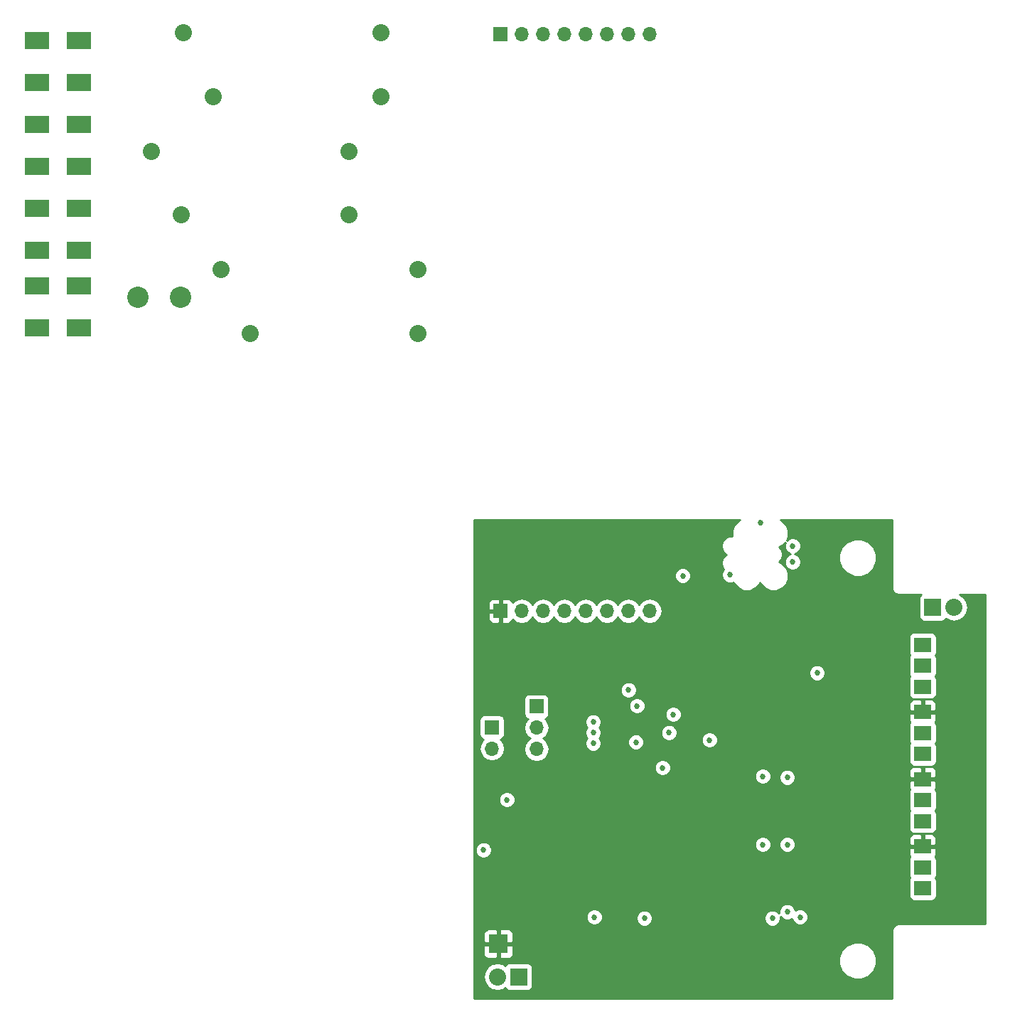
<source format=gbr>
G04 #@! TF.FileFunction,Copper,L3,Inr,Plane*
%FSLAX46Y46*%
G04 Gerber Fmt 4.6, Leading zero omitted, Abs format (unit mm)*
G04 Created by KiCad (PCBNEW 4.0.2-4+6225~38~ubuntu14.04.1-stable) date Thu 30 Mar 2017 04:29:04 PM CEST*
%MOMM*%
G01*
G04 APERTURE LIST*
%ADD10C,0.100000*%
%ADD11R,2.032000X2.032000*%
%ADD12O,2.032000X2.032000*%
%ADD13R,2.235200X2.235200*%
%ADD14R,2.000000X1.700000*%
%ADD15R,1.700000X1.700000*%
%ADD16O,1.700000X1.700000*%
%ADD17C,2.032000*%
%ADD18C,2.540000*%
%ADD19R,3.000000X2.000000*%
%ADD20C,0.685800*%
%ADD21C,0.254000*%
G04 APERTURE END LIST*
D10*
D11*
X98679000Y-175768000D03*
D12*
X96139000Y-175768000D03*
D11*
X148031200Y-131775200D03*
D12*
X150571200Y-131775200D03*
D13*
X96266000Y-171831000D03*
D14*
X146812000Y-141224000D03*
X146812000Y-138724000D03*
X146812000Y-136224000D03*
X146812000Y-144224000D03*
X146812000Y-146724000D03*
X146812000Y-149224000D03*
X146812000Y-152224000D03*
X146812000Y-154724000D03*
X146812000Y-157224000D03*
X146812000Y-160224000D03*
X146812000Y-162724000D03*
X146812000Y-165224000D03*
D15*
X96520000Y-132207000D03*
D16*
X99060000Y-132207000D03*
X101600000Y-132207000D03*
X104140000Y-132207000D03*
X106680000Y-132207000D03*
X109220000Y-132207000D03*
X111760000Y-132207000D03*
X114300000Y-132207000D03*
D15*
X96520000Y-63500000D03*
D16*
X99060000Y-63500000D03*
X101600000Y-63500000D03*
X104140000Y-63500000D03*
X106680000Y-63500000D03*
X109220000Y-63500000D03*
X111760000Y-63500000D03*
X114300000Y-63500000D03*
D17*
X86730000Y-91577000D03*
X86730000Y-99177000D03*
X66730000Y-99177000D03*
X63230000Y-91577000D03*
X78475000Y-77480000D03*
X78475000Y-85080000D03*
X58475000Y-85080000D03*
X54975000Y-77480000D03*
X82285000Y-63383000D03*
X82285000Y-70983000D03*
X62285000Y-70983000D03*
X58785000Y-63383000D03*
D18*
X53340000Y-94869000D03*
X58420000Y-94879160D03*
D19*
X41275000Y-93472000D03*
X41275000Y-98472000D03*
X46275000Y-98472000D03*
X46275000Y-93472000D03*
X41275000Y-64262000D03*
X41275000Y-69262000D03*
X41275000Y-74262000D03*
X41275000Y-79262000D03*
X41275000Y-84262000D03*
X41275000Y-89262000D03*
X46275000Y-89262000D03*
X46275000Y-84262000D03*
X46275000Y-79262000D03*
X46275000Y-74262000D03*
X46275000Y-69262000D03*
X46275000Y-64262000D03*
D15*
X95504000Y-146050000D03*
D16*
X95504000Y-148590000D03*
D15*
X100812600Y-143586200D03*
D16*
X100812600Y-146126200D03*
X100812600Y-148666200D03*
D20*
X123825000Y-127889000D03*
X128905000Y-168783000D03*
X127762000Y-160020000D03*
X132207000Y-168656000D03*
X127762000Y-151892000D03*
X107569000Y-145415000D03*
X107569000Y-146685000D03*
X107569000Y-147955000D03*
X108839000Y-166243000D03*
X106807000Y-162179000D03*
X135128000Y-154051000D03*
X135128000Y-145923000D03*
X110617000Y-168783000D03*
X135128000Y-161798000D03*
X94361000Y-165227000D03*
X99822000Y-161290000D03*
X118237000Y-128016000D03*
X117094000Y-144526000D03*
X111760000Y-141605000D03*
X112776000Y-143510000D03*
X107696000Y-168656000D03*
X97282000Y-154686000D03*
X113665000Y-168783000D03*
X94488000Y-160655000D03*
X112649000Y-147828000D03*
X127508000Y-121666000D03*
X131318000Y-124460000D03*
X116586000Y-146685000D03*
X134239000Y-139573000D03*
X131318000Y-126365000D03*
X130683000Y-160020000D03*
X130683000Y-152019000D03*
X130683000Y-168021000D03*
X115824000Y-150876000D03*
X121412000Y-147574000D03*
D21*
G36*
X124851160Y-121427806D02*
X124350564Y-121927529D01*
X124079309Y-122580782D01*
X124078692Y-123288114D01*
X124095927Y-123329825D01*
X123728156Y-123329504D01*
X123312573Y-123501219D01*
X122994337Y-123818900D01*
X122821897Y-124234183D01*
X122821504Y-124683844D01*
X122993219Y-125099427D01*
X123310900Y-125417663D01*
X123451223Y-125475930D01*
X123312573Y-125533219D01*
X122994337Y-125850900D01*
X122821897Y-126266183D01*
X122821504Y-126715844D01*
X122993219Y-127131427D01*
X123096293Y-127234682D01*
X122996460Y-127334341D01*
X122847270Y-127693630D01*
X122846931Y-128082663D01*
X122995493Y-128442212D01*
X123270341Y-128717540D01*
X123629630Y-128866730D01*
X124018663Y-128867069D01*
X124246037Y-128773120D01*
X124348806Y-129021840D01*
X124848529Y-129522436D01*
X125501782Y-129793691D01*
X126209114Y-129794308D01*
X126862840Y-129524194D01*
X127363436Y-129024471D01*
X127444364Y-128829575D01*
X127523806Y-129021840D01*
X128023529Y-129522436D01*
X128676782Y-129793691D01*
X129384114Y-129794308D01*
X130037840Y-129524194D01*
X130538436Y-129024471D01*
X130809691Y-128371218D01*
X130810308Y-127663886D01*
X130540194Y-127010160D01*
X130040471Y-126509564D01*
X129726933Y-126379371D01*
X129989663Y-126117100D01*
X130162103Y-125701817D01*
X130162496Y-125252156D01*
X129990781Y-124836573D01*
X129727212Y-124572543D01*
X130037840Y-124444194D01*
X130427034Y-124055678D01*
X130340270Y-124264630D01*
X130339931Y-124653663D01*
X130488493Y-125013212D01*
X130763341Y-125288540D01*
X131062162Y-125412621D01*
X130764788Y-125535493D01*
X130489460Y-125810341D01*
X130340270Y-126169630D01*
X130339931Y-126558663D01*
X130488493Y-126918212D01*
X130763341Y-127193540D01*
X131122630Y-127342730D01*
X131511663Y-127343069D01*
X131871212Y-127194507D01*
X132146540Y-126919659D01*
X132295730Y-126560370D01*
X132295954Y-126302619D01*
X136850613Y-126302619D01*
X137190155Y-127124372D01*
X137818321Y-127753636D01*
X138639481Y-128094611D01*
X139528619Y-128095387D01*
X140350372Y-127755845D01*
X140979636Y-127127679D01*
X141320611Y-126306519D01*
X141321387Y-125417381D01*
X140981845Y-124595628D01*
X140353679Y-123966364D01*
X139532519Y-123625389D01*
X138643381Y-123624613D01*
X137821628Y-123964155D01*
X137192364Y-124592321D01*
X136851389Y-125413481D01*
X136850613Y-126302619D01*
X132295954Y-126302619D01*
X132296069Y-126171337D01*
X132147507Y-125811788D01*
X131872659Y-125536460D01*
X131573838Y-125412379D01*
X131871212Y-125289507D01*
X132146540Y-125014659D01*
X132295730Y-124655370D01*
X132296069Y-124266337D01*
X132147507Y-123906788D01*
X131872659Y-123631460D01*
X131513370Y-123482270D01*
X131124337Y-123481931D01*
X130764788Y-123630493D01*
X130600862Y-123794133D01*
X130809691Y-123291218D01*
X130810308Y-122583886D01*
X130540194Y-121930160D01*
X130040471Y-121429564D01*
X129872943Y-121360000D01*
X143202000Y-121360000D01*
X143202000Y-129540000D01*
X143256046Y-129811705D01*
X143409954Y-130042046D01*
X143640295Y-130195954D01*
X143912000Y-130250000D01*
X146633862Y-130250000D01*
X146563759Y-130295110D01*
X146418769Y-130507310D01*
X146367760Y-130759200D01*
X146367760Y-132791200D01*
X146412038Y-133026517D01*
X146551110Y-133242641D01*
X146763310Y-133387631D01*
X147015200Y-133438640D01*
X149047200Y-133438640D01*
X149282517Y-133394362D01*
X149498641Y-133255290D01*
X149600398Y-133106363D01*
X149939390Y-133332870D01*
X150571200Y-133458545D01*
X151203010Y-133332870D01*
X151738633Y-132974978D01*
X152096525Y-132439355D01*
X152222200Y-131807545D01*
X152222200Y-131742855D01*
X152096525Y-131111045D01*
X151738633Y-130575422D01*
X151251605Y-130250000D01*
X154230000Y-130250000D01*
X154230000Y-169470000D01*
X143912000Y-169470000D01*
X143640295Y-169524046D01*
X143409954Y-169677954D01*
X143256046Y-169908295D01*
X143202000Y-170180000D01*
X143202000Y-178360000D01*
X93420000Y-178360000D01*
X93420000Y-175735655D01*
X94488000Y-175735655D01*
X94488000Y-175800345D01*
X94613675Y-176432155D01*
X94971567Y-176967778D01*
X95507190Y-177325670D01*
X96139000Y-177451345D01*
X96770810Y-177325670D01*
X97110792Y-177098501D01*
X97198910Y-177235441D01*
X97411110Y-177380431D01*
X97663000Y-177431440D01*
X99695000Y-177431440D01*
X99930317Y-177387162D01*
X100146441Y-177248090D01*
X100291431Y-177035890D01*
X100342440Y-176784000D01*
X100342440Y-174752000D01*
X100298162Y-174516683D01*
X100160416Y-174302619D01*
X136850613Y-174302619D01*
X137190155Y-175124372D01*
X137818321Y-175753636D01*
X138639481Y-176094611D01*
X139528619Y-176095387D01*
X140350372Y-175755845D01*
X140979636Y-175127679D01*
X141320611Y-174306519D01*
X141321387Y-173417381D01*
X140981845Y-172595628D01*
X140353679Y-171966364D01*
X139532519Y-171625389D01*
X138643381Y-171624613D01*
X137821628Y-171964155D01*
X137192364Y-172592321D01*
X136851389Y-173413481D01*
X136850613Y-174302619D01*
X100160416Y-174302619D01*
X100159090Y-174300559D01*
X99946890Y-174155569D01*
X99695000Y-174104560D01*
X97663000Y-174104560D01*
X97427683Y-174148838D01*
X97211559Y-174287910D01*
X97109802Y-174436837D01*
X96770810Y-174210330D01*
X96139000Y-174084655D01*
X95507190Y-174210330D01*
X94971567Y-174568222D01*
X94613675Y-175103845D01*
X94488000Y-175735655D01*
X93420000Y-175735655D01*
X93420000Y-172116750D01*
X94513400Y-172116750D01*
X94513400Y-173074909D01*
X94610073Y-173308298D01*
X94788701Y-173486927D01*
X95022090Y-173583600D01*
X95980250Y-173583600D01*
X96139000Y-173424850D01*
X96139000Y-171958000D01*
X96393000Y-171958000D01*
X96393000Y-173424850D01*
X96551750Y-173583600D01*
X97509910Y-173583600D01*
X97743299Y-173486927D01*
X97921927Y-173308298D01*
X98018600Y-173074909D01*
X98018600Y-172116750D01*
X97859850Y-171958000D01*
X96393000Y-171958000D01*
X96139000Y-171958000D01*
X94672150Y-171958000D01*
X94513400Y-172116750D01*
X93420000Y-172116750D01*
X93420000Y-170587091D01*
X94513400Y-170587091D01*
X94513400Y-171545250D01*
X94672150Y-171704000D01*
X96139000Y-171704000D01*
X96139000Y-170237150D01*
X96393000Y-170237150D01*
X96393000Y-171704000D01*
X97859850Y-171704000D01*
X98018600Y-171545250D01*
X98018600Y-170587091D01*
X97921927Y-170353702D01*
X97743299Y-170175073D01*
X97509910Y-170078400D01*
X96551750Y-170078400D01*
X96393000Y-170237150D01*
X96139000Y-170237150D01*
X95980250Y-170078400D01*
X95022090Y-170078400D01*
X94788701Y-170175073D01*
X94610073Y-170353702D01*
X94513400Y-170587091D01*
X93420000Y-170587091D01*
X93420000Y-168849663D01*
X106717931Y-168849663D01*
X106866493Y-169209212D01*
X107141341Y-169484540D01*
X107500630Y-169633730D01*
X107889663Y-169634069D01*
X108249212Y-169485507D01*
X108524540Y-169210659D01*
X108621703Y-168976663D01*
X112686931Y-168976663D01*
X112835493Y-169336212D01*
X113110341Y-169611540D01*
X113469630Y-169760730D01*
X113858663Y-169761069D01*
X114218212Y-169612507D01*
X114493540Y-169337659D01*
X114642730Y-168978370D01*
X114642731Y-168976663D01*
X127926931Y-168976663D01*
X128075493Y-169336212D01*
X128350341Y-169611540D01*
X128709630Y-169760730D01*
X129098663Y-169761069D01*
X129458212Y-169612507D01*
X129733540Y-169337659D01*
X129882730Y-168978370D01*
X129883056Y-168603827D01*
X130128341Y-168849540D01*
X130487630Y-168998730D01*
X130876663Y-168999069D01*
X131230291Y-168852954D01*
X131377493Y-169209212D01*
X131652341Y-169484540D01*
X132011630Y-169633730D01*
X132400663Y-169634069D01*
X132760212Y-169485507D01*
X133035540Y-169210659D01*
X133184730Y-168851370D01*
X133185069Y-168462337D01*
X133036507Y-168102788D01*
X132761659Y-167827460D01*
X132402370Y-167678270D01*
X132013337Y-167677931D01*
X131659709Y-167824046D01*
X131512507Y-167467788D01*
X131237659Y-167192460D01*
X130878370Y-167043270D01*
X130489337Y-167042931D01*
X130129788Y-167191493D01*
X129854460Y-167466341D01*
X129705270Y-167825630D01*
X129704944Y-168200173D01*
X129459659Y-167954460D01*
X129100370Y-167805270D01*
X128711337Y-167804931D01*
X128351788Y-167953493D01*
X128076460Y-168228341D01*
X127927270Y-168587630D01*
X127926931Y-168976663D01*
X114642731Y-168976663D01*
X114643069Y-168589337D01*
X114494507Y-168229788D01*
X114219659Y-167954460D01*
X113860370Y-167805270D01*
X113471337Y-167804931D01*
X113111788Y-167953493D01*
X112836460Y-168228341D01*
X112687270Y-168587630D01*
X112686931Y-168976663D01*
X108621703Y-168976663D01*
X108673730Y-168851370D01*
X108674069Y-168462337D01*
X108525507Y-168102788D01*
X108250659Y-167827460D01*
X107891370Y-167678270D01*
X107502337Y-167677931D01*
X107142788Y-167826493D01*
X106867460Y-168101341D01*
X106718270Y-168460630D01*
X106717931Y-168849663D01*
X93420000Y-168849663D01*
X93420000Y-161874000D01*
X145164560Y-161874000D01*
X145164560Y-163574000D01*
X145208838Y-163809317D01*
X145315759Y-163975477D01*
X145215569Y-164122110D01*
X145164560Y-164374000D01*
X145164560Y-166074000D01*
X145208838Y-166309317D01*
X145347910Y-166525441D01*
X145560110Y-166670431D01*
X145812000Y-166721440D01*
X147812000Y-166721440D01*
X148047317Y-166677162D01*
X148263441Y-166538090D01*
X148408431Y-166325890D01*
X148459440Y-166074000D01*
X148459440Y-164374000D01*
X148415162Y-164138683D01*
X148308241Y-163972523D01*
X148408431Y-163825890D01*
X148459440Y-163574000D01*
X148459440Y-161874000D01*
X148415162Y-161638683D01*
X148309518Y-161474508D01*
X148350327Y-161433699D01*
X148447000Y-161200310D01*
X148447000Y-160509750D01*
X148288250Y-160351000D01*
X146939000Y-160351000D01*
X146939000Y-160371000D01*
X146685000Y-160371000D01*
X146685000Y-160351000D01*
X145335750Y-160351000D01*
X145177000Y-160509750D01*
X145177000Y-161200310D01*
X145273673Y-161433699D01*
X145315634Y-161475660D01*
X145215569Y-161622110D01*
X145164560Y-161874000D01*
X93420000Y-161874000D01*
X93420000Y-160848663D01*
X93509931Y-160848663D01*
X93658493Y-161208212D01*
X93933341Y-161483540D01*
X94292630Y-161632730D01*
X94681663Y-161633069D01*
X95041212Y-161484507D01*
X95316540Y-161209659D01*
X95465730Y-160850370D01*
X95466069Y-160461337D01*
X95363733Y-160213663D01*
X126783931Y-160213663D01*
X126932493Y-160573212D01*
X127207341Y-160848540D01*
X127566630Y-160997730D01*
X127955663Y-160998069D01*
X128315212Y-160849507D01*
X128590540Y-160574659D01*
X128739730Y-160215370D01*
X128739731Y-160213663D01*
X129704931Y-160213663D01*
X129853493Y-160573212D01*
X130128341Y-160848540D01*
X130487630Y-160997730D01*
X130876663Y-160998069D01*
X131236212Y-160849507D01*
X131511540Y-160574659D01*
X131660730Y-160215370D01*
X131661069Y-159826337D01*
X131512507Y-159466788D01*
X131293791Y-159247690D01*
X145177000Y-159247690D01*
X145177000Y-159938250D01*
X145335750Y-160097000D01*
X146685000Y-160097000D01*
X146685000Y-158897750D01*
X146939000Y-158897750D01*
X146939000Y-160097000D01*
X148288250Y-160097000D01*
X148447000Y-159938250D01*
X148447000Y-159247690D01*
X148350327Y-159014301D01*
X148171698Y-158835673D01*
X147938309Y-158739000D01*
X147097750Y-158739000D01*
X146939000Y-158897750D01*
X146685000Y-158897750D01*
X146526250Y-158739000D01*
X145685691Y-158739000D01*
X145452302Y-158835673D01*
X145273673Y-159014301D01*
X145177000Y-159247690D01*
X131293791Y-159247690D01*
X131237659Y-159191460D01*
X130878370Y-159042270D01*
X130489337Y-159041931D01*
X130129788Y-159190493D01*
X129854460Y-159465341D01*
X129705270Y-159824630D01*
X129704931Y-160213663D01*
X128739731Y-160213663D01*
X128740069Y-159826337D01*
X128591507Y-159466788D01*
X128316659Y-159191460D01*
X127957370Y-159042270D01*
X127568337Y-159041931D01*
X127208788Y-159190493D01*
X126933460Y-159465341D01*
X126784270Y-159824630D01*
X126783931Y-160213663D01*
X95363733Y-160213663D01*
X95317507Y-160101788D01*
X95042659Y-159826460D01*
X94683370Y-159677270D01*
X94294337Y-159676931D01*
X93934788Y-159825493D01*
X93659460Y-160100341D01*
X93510270Y-160459630D01*
X93509931Y-160848663D01*
X93420000Y-160848663D01*
X93420000Y-154879663D01*
X96303931Y-154879663D01*
X96452493Y-155239212D01*
X96727341Y-155514540D01*
X97086630Y-155663730D01*
X97475663Y-155664069D01*
X97835212Y-155515507D01*
X98110540Y-155240659D01*
X98259730Y-154881370D01*
X98260069Y-154492337D01*
X98111507Y-154132788D01*
X97853171Y-153874000D01*
X145164560Y-153874000D01*
X145164560Y-155574000D01*
X145208838Y-155809317D01*
X145315759Y-155975477D01*
X145215569Y-156122110D01*
X145164560Y-156374000D01*
X145164560Y-158074000D01*
X145208838Y-158309317D01*
X145347910Y-158525441D01*
X145560110Y-158670431D01*
X145812000Y-158721440D01*
X147812000Y-158721440D01*
X148047317Y-158677162D01*
X148263441Y-158538090D01*
X148408431Y-158325890D01*
X148459440Y-158074000D01*
X148459440Y-156374000D01*
X148415162Y-156138683D01*
X148308241Y-155972523D01*
X148408431Y-155825890D01*
X148459440Y-155574000D01*
X148459440Y-153874000D01*
X148415162Y-153638683D01*
X148309518Y-153474508D01*
X148350327Y-153433699D01*
X148447000Y-153200310D01*
X148447000Y-152509750D01*
X148288250Y-152351000D01*
X146939000Y-152351000D01*
X146939000Y-152371000D01*
X146685000Y-152371000D01*
X146685000Y-152351000D01*
X145335750Y-152351000D01*
X145177000Y-152509750D01*
X145177000Y-153200310D01*
X145273673Y-153433699D01*
X145315634Y-153475660D01*
X145215569Y-153622110D01*
X145164560Y-153874000D01*
X97853171Y-153874000D01*
X97836659Y-153857460D01*
X97477370Y-153708270D01*
X97088337Y-153707931D01*
X96728788Y-153856493D01*
X96453460Y-154131341D01*
X96304270Y-154490630D01*
X96303931Y-154879663D01*
X93420000Y-154879663D01*
X93420000Y-152085663D01*
X126783931Y-152085663D01*
X126932493Y-152445212D01*
X127207341Y-152720540D01*
X127566630Y-152869730D01*
X127955663Y-152870069D01*
X128315212Y-152721507D01*
X128590540Y-152446659D01*
X128687703Y-152212663D01*
X129704931Y-152212663D01*
X129853493Y-152572212D01*
X130128341Y-152847540D01*
X130487630Y-152996730D01*
X130876663Y-152997069D01*
X131236212Y-152848507D01*
X131511540Y-152573659D01*
X131660730Y-152214370D01*
X131661069Y-151825337D01*
X131512507Y-151465788D01*
X131294790Y-151247690D01*
X145177000Y-151247690D01*
X145177000Y-151938250D01*
X145335750Y-152097000D01*
X146685000Y-152097000D01*
X146685000Y-150897750D01*
X146939000Y-150897750D01*
X146939000Y-152097000D01*
X148288250Y-152097000D01*
X148447000Y-151938250D01*
X148447000Y-151247690D01*
X148350327Y-151014301D01*
X148171698Y-150835673D01*
X147938309Y-150739000D01*
X147097750Y-150739000D01*
X146939000Y-150897750D01*
X146685000Y-150897750D01*
X146526250Y-150739000D01*
X145685691Y-150739000D01*
X145452302Y-150835673D01*
X145273673Y-151014301D01*
X145177000Y-151247690D01*
X131294790Y-151247690D01*
X131237659Y-151190460D01*
X130878370Y-151041270D01*
X130489337Y-151040931D01*
X130129788Y-151189493D01*
X129854460Y-151464341D01*
X129705270Y-151823630D01*
X129704931Y-152212663D01*
X128687703Y-152212663D01*
X128739730Y-152087370D01*
X128740069Y-151698337D01*
X128591507Y-151338788D01*
X128316659Y-151063460D01*
X127957370Y-150914270D01*
X127568337Y-150913931D01*
X127208788Y-151062493D01*
X126933460Y-151337341D01*
X126784270Y-151696630D01*
X126783931Y-152085663D01*
X93420000Y-152085663D01*
X93420000Y-151069663D01*
X114845931Y-151069663D01*
X114994493Y-151429212D01*
X115269341Y-151704540D01*
X115628630Y-151853730D01*
X116017663Y-151854069D01*
X116377212Y-151705507D01*
X116652540Y-151430659D01*
X116801730Y-151071370D01*
X116802069Y-150682337D01*
X116653507Y-150322788D01*
X116378659Y-150047460D01*
X116019370Y-149898270D01*
X115630337Y-149897931D01*
X115270788Y-150046493D01*
X114995460Y-150321341D01*
X114846270Y-150680630D01*
X114845931Y-151069663D01*
X93420000Y-151069663D01*
X93420000Y-148590000D01*
X93989907Y-148590000D01*
X94102946Y-149158285D01*
X94424853Y-149640054D01*
X94906622Y-149961961D01*
X95474907Y-150075000D01*
X95533093Y-150075000D01*
X96101378Y-149961961D01*
X96583147Y-149640054D01*
X96905054Y-149158285D01*
X97018093Y-148590000D01*
X96905054Y-148021715D01*
X96583147Y-147539946D01*
X96541548Y-147512150D01*
X96589317Y-147503162D01*
X96805441Y-147364090D01*
X96950431Y-147151890D01*
X97001440Y-146900000D01*
X97001440Y-146126200D01*
X99298507Y-146126200D01*
X99411546Y-146694485D01*
X99733453Y-147176254D01*
X100062626Y-147396200D01*
X99733453Y-147616146D01*
X99411546Y-148097915D01*
X99298507Y-148666200D01*
X99411546Y-149234485D01*
X99733453Y-149716254D01*
X100215222Y-150038161D01*
X100783507Y-150151200D01*
X100841693Y-150151200D01*
X101409978Y-150038161D01*
X101891747Y-149716254D01*
X102213654Y-149234485D01*
X102326693Y-148666200D01*
X102213654Y-148097915D01*
X101891747Y-147616146D01*
X101562574Y-147396200D01*
X101891747Y-147176254D01*
X102213654Y-146694485D01*
X102326693Y-146126200D01*
X102223749Y-145608663D01*
X106590931Y-145608663D01*
X106739493Y-145968212D01*
X106821040Y-146049901D01*
X106740460Y-146130341D01*
X106591270Y-146489630D01*
X106590931Y-146878663D01*
X106739493Y-147238212D01*
X106821040Y-147319901D01*
X106740460Y-147400341D01*
X106591270Y-147759630D01*
X106590931Y-148148663D01*
X106739493Y-148508212D01*
X107014341Y-148783540D01*
X107373630Y-148932730D01*
X107762663Y-148933069D01*
X108122212Y-148784507D01*
X108397540Y-148509659D01*
X108546730Y-148150370D01*
X108546842Y-148021663D01*
X111670931Y-148021663D01*
X111819493Y-148381212D01*
X112094341Y-148656540D01*
X112453630Y-148805730D01*
X112842663Y-148806069D01*
X113202212Y-148657507D01*
X113477540Y-148382659D01*
X113626730Y-148023370D01*
X113626952Y-147767663D01*
X120433931Y-147767663D01*
X120582493Y-148127212D01*
X120857341Y-148402540D01*
X121216630Y-148551730D01*
X121605663Y-148552069D01*
X121965212Y-148403507D01*
X122240540Y-148128659D01*
X122389730Y-147769370D01*
X122390069Y-147380337D01*
X122241507Y-147020788D01*
X121966659Y-146745460D01*
X121607370Y-146596270D01*
X121218337Y-146595931D01*
X120858788Y-146744493D01*
X120583460Y-147019341D01*
X120434270Y-147378630D01*
X120433931Y-147767663D01*
X113626952Y-147767663D01*
X113627069Y-147634337D01*
X113478507Y-147274788D01*
X113203659Y-146999460D01*
X112912748Y-146878663D01*
X115607931Y-146878663D01*
X115756493Y-147238212D01*
X116031341Y-147513540D01*
X116390630Y-147662730D01*
X116779663Y-147663069D01*
X117139212Y-147514507D01*
X117414540Y-147239659D01*
X117563730Y-146880370D01*
X117564069Y-146491337D01*
X117415507Y-146131788D01*
X117158169Y-145874000D01*
X145164560Y-145874000D01*
X145164560Y-147574000D01*
X145208838Y-147809317D01*
X145315759Y-147975477D01*
X145215569Y-148122110D01*
X145164560Y-148374000D01*
X145164560Y-150074000D01*
X145208838Y-150309317D01*
X145347910Y-150525441D01*
X145560110Y-150670431D01*
X145812000Y-150721440D01*
X147812000Y-150721440D01*
X148047317Y-150677162D01*
X148263441Y-150538090D01*
X148408431Y-150325890D01*
X148459440Y-150074000D01*
X148459440Y-148374000D01*
X148415162Y-148138683D01*
X148308241Y-147972523D01*
X148408431Y-147825890D01*
X148459440Y-147574000D01*
X148459440Y-145874000D01*
X148415162Y-145638683D01*
X148309518Y-145474508D01*
X148350327Y-145433699D01*
X148447000Y-145200310D01*
X148447000Y-144509750D01*
X148288250Y-144351000D01*
X146939000Y-144351000D01*
X146939000Y-144371000D01*
X146685000Y-144371000D01*
X146685000Y-144351000D01*
X145335750Y-144351000D01*
X145177000Y-144509750D01*
X145177000Y-145200310D01*
X145273673Y-145433699D01*
X145315634Y-145475660D01*
X145215569Y-145622110D01*
X145164560Y-145874000D01*
X117158169Y-145874000D01*
X117140659Y-145856460D01*
X116781370Y-145707270D01*
X116392337Y-145706931D01*
X116032788Y-145855493D01*
X115757460Y-146130341D01*
X115608270Y-146489630D01*
X115607931Y-146878663D01*
X112912748Y-146878663D01*
X112844370Y-146850270D01*
X112455337Y-146849931D01*
X112095788Y-146998493D01*
X111820460Y-147273341D01*
X111671270Y-147632630D01*
X111670931Y-148021663D01*
X108546842Y-148021663D01*
X108547069Y-147761337D01*
X108398507Y-147401788D01*
X108316960Y-147320099D01*
X108397540Y-147239659D01*
X108546730Y-146880370D01*
X108547069Y-146491337D01*
X108398507Y-146131788D01*
X108316960Y-146050099D01*
X108397540Y-145969659D01*
X108546730Y-145610370D01*
X108547069Y-145221337D01*
X108398507Y-144861788D01*
X108256630Y-144719663D01*
X116115931Y-144719663D01*
X116264493Y-145079212D01*
X116539341Y-145354540D01*
X116898630Y-145503730D01*
X117287663Y-145504069D01*
X117647212Y-145355507D01*
X117922540Y-145080659D01*
X118071730Y-144721370D01*
X118072069Y-144332337D01*
X117923507Y-143972788D01*
X117648659Y-143697460D01*
X117289370Y-143548270D01*
X116900337Y-143547931D01*
X116540788Y-143696493D01*
X116265460Y-143971341D01*
X116116270Y-144330630D01*
X116115931Y-144719663D01*
X108256630Y-144719663D01*
X108123659Y-144586460D01*
X107764370Y-144437270D01*
X107375337Y-144436931D01*
X107015788Y-144585493D01*
X106740460Y-144860341D01*
X106591270Y-145219630D01*
X106590931Y-145608663D01*
X102223749Y-145608663D01*
X102213654Y-145557915D01*
X101891747Y-145076146D01*
X101850148Y-145048350D01*
X101897917Y-145039362D01*
X102114041Y-144900290D01*
X102259031Y-144688090D01*
X102310040Y-144436200D01*
X102310040Y-143703663D01*
X111797931Y-143703663D01*
X111946493Y-144063212D01*
X112221341Y-144338540D01*
X112580630Y-144487730D01*
X112969663Y-144488069D01*
X113329212Y-144339507D01*
X113604540Y-144064659D01*
X113753730Y-143705370D01*
X113754069Y-143316337D01*
X113725705Y-143247690D01*
X145177000Y-143247690D01*
X145177000Y-143938250D01*
X145335750Y-144097000D01*
X146685000Y-144097000D01*
X146685000Y-142897750D01*
X146939000Y-142897750D01*
X146939000Y-144097000D01*
X148288250Y-144097000D01*
X148447000Y-143938250D01*
X148447000Y-143247690D01*
X148350327Y-143014301D01*
X148171698Y-142835673D01*
X147938309Y-142739000D01*
X147097750Y-142739000D01*
X146939000Y-142897750D01*
X146685000Y-142897750D01*
X146526250Y-142739000D01*
X145685691Y-142739000D01*
X145452302Y-142835673D01*
X145273673Y-143014301D01*
X145177000Y-143247690D01*
X113725705Y-143247690D01*
X113605507Y-142956788D01*
X113330659Y-142681460D01*
X112971370Y-142532270D01*
X112582337Y-142531931D01*
X112222788Y-142680493D01*
X111947460Y-142955341D01*
X111798270Y-143314630D01*
X111797931Y-143703663D01*
X102310040Y-143703663D01*
X102310040Y-142736200D01*
X102265762Y-142500883D01*
X102126690Y-142284759D01*
X101914490Y-142139769D01*
X101662600Y-142088760D01*
X99962600Y-142088760D01*
X99727283Y-142133038D01*
X99511159Y-142272110D01*
X99366169Y-142484310D01*
X99315160Y-142736200D01*
X99315160Y-144436200D01*
X99359438Y-144671517D01*
X99498510Y-144887641D01*
X99710710Y-145032631D01*
X99778141Y-145046286D01*
X99733453Y-145076146D01*
X99411546Y-145557915D01*
X99298507Y-146126200D01*
X97001440Y-146126200D01*
X97001440Y-145200000D01*
X96957162Y-144964683D01*
X96818090Y-144748559D01*
X96605890Y-144603569D01*
X96354000Y-144552560D01*
X94654000Y-144552560D01*
X94418683Y-144596838D01*
X94202559Y-144735910D01*
X94057569Y-144948110D01*
X94006560Y-145200000D01*
X94006560Y-146900000D01*
X94050838Y-147135317D01*
X94189910Y-147351441D01*
X94402110Y-147496431D01*
X94469541Y-147510086D01*
X94424853Y-147539946D01*
X94102946Y-148021715D01*
X93989907Y-148590000D01*
X93420000Y-148590000D01*
X93420000Y-141798663D01*
X110781931Y-141798663D01*
X110930493Y-142158212D01*
X111205341Y-142433540D01*
X111564630Y-142582730D01*
X111953663Y-142583069D01*
X112313212Y-142434507D01*
X112588540Y-142159659D01*
X112737730Y-141800370D01*
X112738069Y-141411337D01*
X112589507Y-141051788D01*
X112314659Y-140776460D01*
X111955370Y-140627270D01*
X111566337Y-140626931D01*
X111206788Y-140775493D01*
X110931460Y-141050341D01*
X110782270Y-141409630D01*
X110781931Y-141798663D01*
X93420000Y-141798663D01*
X93420000Y-139766663D01*
X133260931Y-139766663D01*
X133409493Y-140126212D01*
X133684341Y-140401540D01*
X134043630Y-140550730D01*
X134432663Y-140551069D01*
X134792212Y-140402507D01*
X135067540Y-140127659D01*
X135216730Y-139768370D01*
X135217069Y-139379337D01*
X135068507Y-139019788D01*
X134793659Y-138744460D01*
X134434370Y-138595270D01*
X134045337Y-138594931D01*
X133685788Y-138743493D01*
X133410460Y-139018341D01*
X133261270Y-139377630D01*
X133260931Y-139766663D01*
X93420000Y-139766663D01*
X93420000Y-135374000D01*
X145164560Y-135374000D01*
X145164560Y-137074000D01*
X145208838Y-137309317D01*
X145315759Y-137475477D01*
X145215569Y-137622110D01*
X145164560Y-137874000D01*
X145164560Y-139574000D01*
X145208838Y-139809317D01*
X145315759Y-139975477D01*
X145215569Y-140122110D01*
X145164560Y-140374000D01*
X145164560Y-142074000D01*
X145208838Y-142309317D01*
X145347910Y-142525441D01*
X145560110Y-142670431D01*
X145812000Y-142721440D01*
X147812000Y-142721440D01*
X148047317Y-142677162D01*
X148263441Y-142538090D01*
X148408431Y-142325890D01*
X148459440Y-142074000D01*
X148459440Y-140374000D01*
X148415162Y-140138683D01*
X148308241Y-139972523D01*
X148408431Y-139825890D01*
X148459440Y-139574000D01*
X148459440Y-137874000D01*
X148415162Y-137638683D01*
X148308241Y-137472523D01*
X148408431Y-137325890D01*
X148459440Y-137074000D01*
X148459440Y-135374000D01*
X148415162Y-135138683D01*
X148276090Y-134922559D01*
X148063890Y-134777569D01*
X147812000Y-134726560D01*
X145812000Y-134726560D01*
X145576683Y-134770838D01*
X145360559Y-134909910D01*
X145215569Y-135122110D01*
X145164560Y-135374000D01*
X93420000Y-135374000D01*
X93420000Y-132492750D01*
X95035000Y-132492750D01*
X95035000Y-133183309D01*
X95131673Y-133416698D01*
X95310301Y-133595327D01*
X95543690Y-133692000D01*
X96234250Y-133692000D01*
X96393000Y-133533250D01*
X96393000Y-132334000D01*
X95193750Y-132334000D01*
X95035000Y-132492750D01*
X93420000Y-132492750D01*
X93420000Y-131230691D01*
X95035000Y-131230691D01*
X95035000Y-131921250D01*
X95193750Y-132080000D01*
X96393000Y-132080000D01*
X96393000Y-130880750D01*
X96647000Y-130880750D01*
X96647000Y-132080000D01*
X96667000Y-132080000D01*
X96667000Y-132334000D01*
X96647000Y-132334000D01*
X96647000Y-133533250D01*
X96805750Y-133692000D01*
X97496310Y-133692000D01*
X97729699Y-133595327D01*
X97908327Y-133416698D01*
X97980597Y-133242223D01*
X98009946Y-133286147D01*
X98491715Y-133608054D01*
X99060000Y-133721093D01*
X99628285Y-133608054D01*
X100110054Y-133286147D01*
X100330000Y-132956974D01*
X100549946Y-133286147D01*
X101031715Y-133608054D01*
X101600000Y-133721093D01*
X102168285Y-133608054D01*
X102650054Y-133286147D01*
X102870000Y-132956974D01*
X103089946Y-133286147D01*
X103571715Y-133608054D01*
X104140000Y-133721093D01*
X104708285Y-133608054D01*
X105190054Y-133286147D01*
X105410000Y-132956974D01*
X105629946Y-133286147D01*
X106111715Y-133608054D01*
X106680000Y-133721093D01*
X107248285Y-133608054D01*
X107730054Y-133286147D01*
X107950000Y-132956974D01*
X108169946Y-133286147D01*
X108651715Y-133608054D01*
X109220000Y-133721093D01*
X109788285Y-133608054D01*
X110270054Y-133286147D01*
X110490000Y-132956974D01*
X110709946Y-133286147D01*
X111191715Y-133608054D01*
X111760000Y-133721093D01*
X112328285Y-133608054D01*
X112810054Y-133286147D01*
X113030000Y-132956974D01*
X113249946Y-133286147D01*
X113731715Y-133608054D01*
X114300000Y-133721093D01*
X114868285Y-133608054D01*
X115350054Y-133286147D01*
X115671961Y-132804378D01*
X115785000Y-132236093D01*
X115785000Y-132177907D01*
X115671961Y-131609622D01*
X115350054Y-131127853D01*
X114868285Y-130805946D01*
X114300000Y-130692907D01*
X113731715Y-130805946D01*
X113249946Y-131127853D01*
X113030000Y-131457026D01*
X112810054Y-131127853D01*
X112328285Y-130805946D01*
X111760000Y-130692907D01*
X111191715Y-130805946D01*
X110709946Y-131127853D01*
X110490000Y-131457026D01*
X110270054Y-131127853D01*
X109788285Y-130805946D01*
X109220000Y-130692907D01*
X108651715Y-130805946D01*
X108169946Y-131127853D01*
X107950000Y-131457026D01*
X107730054Y-131127853D01*
X107248285Y-130805946D01*
X106680000Y-130692907D01*
X106111715Y-130805946D01*
X105629946Y-131127853D01*
X105410000Y-131457026D01*
X105190054Y-131127853D01*
X104708285Y-130805946D01*
X104140000Y-130692907D01*
X103571715Y-130805946D01*
X103089946Y-131127853D01*
X102870000Y-131457026D01*
X102650054Y-131127853D01*
X102168285Y-130805946D01*
X101600000Y-130692907D01*
X101031715Y-130805946D01*
X100549946Y-131127853D01*
X100330000Y-131457026D01*
X100110054Y-131127853D01*
X99628285Y-130805946D01*
X99060000Y-130692907D01*
X98491715Y-130805946D01*
X98009946Y-131127853D01*
X97980597Y-131171777D01*
X97908327Y-130997302D01*
X97729699Y-130818673D01*
X97496310Y-130722000D01*
X96805750Y-130722000D01*
X96647000Y-130880750D01*
X96393000Y-130880750D01*
X96234250Y-130722000D01*
X95543690Y-130722000D01*
X95310301Y-130818673D01*
X95131673Y-130997302D01*
X95035000Y-131230691D01*
X93420000Y-131230691D01*
X93420000Y-128209663D01*
X117258931Y-128209663D01*
X117407493Y-128569212D01*
X117682341Y-128844540D01*
X118041630Y-128993730D01*
X118430663Y-128994069D01*
X118790212Y-128845507D01*
X119065540Y-128570659D01*
X119214730Y-128211370D01*
X119215069Y-127822337D01*
X119066507Y-127462788D01*
X118791659Y-127187460D01*
X118432370Y-127038270D01*
X118043337Y-127037931D01*
X117683788Y-127186493D01*
X117408460Y-127461341D01*
X117259270Y-127820630D01*
X117258931Y-128209663D01*
X93420000Y-128209663D01*
X93420000Y-121360000D01*
X125015263Y-121360000D01*
X124851160Y-121427806D01*
X124851160Y-121427806D01*
G37*
X124851160Y-121427806D02*
X124350564Y-121927529D01*
X124079309Y-122580782D01*
X124078692Y-123288114D01*
X124095927Y-123329825D01*
X123728156Y-123329504D01*
X123312573Y-123501219D01*
X122994337Y-123818900D01*
X122821897Y-124234183D01*
X122821504Y-124683844D01*
X122993219Y-125099427D01*
X123310900Y-125417663D01*
X123451223Y-125475930D01*
X123312573Y-125533219D01*
X122994337Y-125850900D01*
X122821897Y-126266183D01*
X122821504Y-126715844D01*
X122993219Y-127131427D01*
X123096293Y-127234682D01*
X122996460Y-127334341D01*
X122847270Y-127693630D01*
X122846931Y-128082663D01*
X122995493Y-128442212D01*
X123270341Y-128717540D01*
X123629630Y-128866730D01*
X124018663Y-128867069D01*
X124246037Y-128773120D01*
X124348806Y-129021840D01*
X124848529Y-129522436D01*
X125501782Y-129793691D01*
X126209114Y-129794308D01*
X126862840Y-129524194D01*
X127363436Y-129024471D01*
X127444364Y-128829575D01*
X127523806Y-129021840D01*
X128023529Y-129522436D01*
X128676782Y-129793691D01*
X129384114Y-129794308D01*
X130037840Y-129524194D01*
X130538436Y-129024471D01*
X130809691Y-128371218D01*
X130810308Y-127663886D01*
X130540194Y-127010160D01*
X130040471Y-126509564D01*
X129726933Y-126379371D01*
X129989663Y-126117100D01*
X130162103Y-125701817D01*
X130162496Y-125252156D01*
X129990781Y-124836573D01*
X129727212Y-124572543D01*
X130037840Y-124444194D01*
X130427034Y-124055678D01*
X130340270Y-124264630D01*
X130339931Y-124653663D01*
X130488493Y-125013212D01*
X130763341Y-125288540D01*
X131062162Y-125412621D01*
X130764788Y-125535493D01*
X130489460Y-125810341D01*
X130340270Y-126169630D01*
X130339931Y-126558663D01*
X130488493Y-126918212D01*
X130763341Y-127193540D01*
X131122630Y-127342730D01*
X131511663Y-127343069D01*
X131871212Y-127194507D01*
X132146540Y-126919659D01*
X132295730Y-126560370D01*
X132295954Y-126302619D01*
X136850613Y-126302619D01*
X137190155Y-127124372D01*
X137818321Y-127753636D01*
X138639481Y-128094611D01*
X139528619Y-128095387D01*
X140350372Y-127755845D01*
X140979636Y-127127679D01*
X141320611Y-126306519D01*
X141321387Y-125417381D01*
X140981845Y-124595628D01*
X140353679Y-123966364D01*
X139532519Y-123625389D01*
X138643381Y-123624613D01*
X137821628Y-123964155D01*
X137192364Y-124592321D01*
X136851389Y-125413481D01*
X136850613Y-126302619D01*
X132295954Y-126302619D01*
X132296069Y-126171337D01*
X132147507Y-125811788D01*
X131872659Y-125536460D01*
X131573838Y-125412379D01*
X131871212Y-125289507D01*
X132146540Y-125014659D01*
X132295730Y-124655370D01*
X132296069Y-124266337D01*
X132147507Y-123906788D01*
X131872659Y-123631460D01*
X131513370Y-123482270D01*
X131124337Y-123481931D01*
X130764788Y-123630493D01*
X130600862Y-123794133D01*
X130809691Y-123291218D01*
X130810308Y-122583886D01*
X130540194Y-121930160D01*
X130040471Y-121429564D01*
X129872943Y-121360000D01*
X143202000Y-121360000D01*
X143202000Y-129540000D01*
X143256046Y-129811705D01*
X143409954Y-130042046D01*
X143640295Y-130195954D01*
X143912000Y-130250000D01*
X146633862Y-130250000D01*
X146563759Y-130295110D01*
X146418769Y-130507310D01*
X146367760Y-130759200D01*
X146367760Y-132791200D01*
X146412038Y-133026517D01*
X146551110Y-133242641D01*
X146763310Y-133387631D01*
X147015200Y-133438640D01*
X149047200Y-133438640D01*
X149282517Y-133394362D01*
X149498641Y-133255290D01*
X149600398Y-133106363D01*
X149939390Y-133332870D01*
X150571200Y-133458545D01*
X151203010Y-133332870D01*
X151738633Y-132974978D01*
X152096525Y-132439355D01*
X152222200Y-131807545D01*
X152222200Y-131742855D01*
X152096525Y-131111045D01*
X151738633Y-130575422D01*
X151251605Y-130250000D01*
X154230000Y-130250000D01*
X154230000Y-169470000D01*
X143912000Y-169470000D01*
X143640295Y-169524046D01*
X143409954Y-169677954D01*
X143256046Y-169908295D01*
X143202000Y-170180000D01*
X143202000Y-178360000D01*
X93420000Y-178360000D01*
X93420000Y-175735655D01*
X94488000Y-175735655D01*
X94488000Y-175800345D01*
X94613675Y-176432155D01*
X94971567Y-176967778D01*
X95507190Y-177325670D01*
X96139000Y-177451345D01*
X96770810Y-177325670D01*
X97110792Y-177098501D01*
X97198910Y-177235441D01*
X97411110Y-177380431D01*
X97663000Y-177431440D01*
X99695000Y-177431440D01*
X99930317Y-177387162D01*
X100146441Y-177248090D01*
X100291431Y-177035890D01*
X100342440Y-176784000D01*
X100342440Y-174752000D01*
X100298162Y-174516683D01*
X100160416Y-174302619D01*
X136850613Y-174302619D01*
X137190155Y-175124372D01*
X137818321Y-175753636D01*
X138639481Y-176094611D01*
X139528619Y-176095387D01*
X140350372Y-175755845D01*
X140979636Y-175127679D01*
X141320611Y-174306519D01*
X141321387Y-173417381D01*
X140981845Y-172595628D01*
X140353679Y-171966364D01*
X139532519Y-171625389D01*
X138643381Y-171624613D01*
X137821628Y-171964155D01*
X137192364Y-172592321D01*
X136851389Y-173413481D01*
X136850613Y-174302619D01*
X100160416Y-174302619D01*
X100159090Y-174300559D01*
X99946890Y-174155569D01*
X99695000Y-174104560D01*
X97663000Y-174104560D01*
X97427683Y-174148838D01*
X97211559Y-174287910D01*
X97109802Y-174436837D01*
X96770810Y-174210330D01*
X96139000Y-174084655D01*
X95507190Y-174210330D01*
X94971567Y-174568222D01*
X94613675Y-175103845D01*
X94488000Y-175735655D01*
X93420000Y-175735655D01*
X93420000Y-172116750D01*
X94513400Y-172116750D01*
X94513400Y-173074909D01*
X94610073Y-173308298D01*
X94788701Y-173486927D01*
X95022090Y-173583600D01*
X95980250Y-173583600D01*
X96139000Y-173424850D01*
X96139000Y-171958000D01*
X96393000Y-171958000D01*
X96393000Y-173424850D01*
X96551750Y-173583600D01*
X97509910Y-173583600D01*
X97743299Y-173486927D01*
X97921927Y-173308298D01*
X98018600Y-173074909D01*
X98018600Y-172116750D01*
X97859850Y-171958000D01*
X96393000Y-171958000D01*
X96139000Y-171958000D01*
X94672150Y-171958000D01*
X94513400Y-172116750D01*
X93420000Y-172116750D01*
X93420000Y-170587091D01*
X94513400Y-170587091D01*
X94513400Y-171545250D01*
X94672150Y-171704000D01*
X96139000Y-171704000D01*
X96139000Y-170237150D01*
X96393000Y-170237150D01*
X96393000Y-171704000D01*
X97859850Y-171704000D01*
X98018600Y-171545250D01*
X98018600Y-170587091D01*
X97921927Y-170353702D01*
X97743299Y-170175073D01*
X97509910Y-170078400D01*
X96551750Y-170078400D01*
X96393000Y-170237150D01*
X96139000Y-170237150D01*
X95980250Y-170078400D01*
X95022090Y-170078400D01*
X94788701Y-170175073D01*
X94610073Y-170353702D01*
X94513400Y-170587091D01*
X93420000Y-170587091D01*
X93420000Y-168849663D01*
X106717931Y-168849663D01*
X106866493Y-169209212D01*
X107141341Y-169484540D01*
X107500630Y-169633730D01*
X107889663Y-169634069D01*
X108249212Y-169485507D01*
X108524540Y-169210659D01*
X108621703Y-168976663D01*
X112686931Y-168976663D01*
X112835493Y-169336212D01*
X113110341Y-169611540D01*
X113469630Y-169760730D01*
X113858663Y-169761069D01*
X114218212Y-169612507D01*
X114493540Y-169337659D01*
X114642730Y-168978370D01*
X114642731Y-168976663D01*
X127926931Y-168976663D01*
X128075493Y-169336212D01*
X128350341Y-169611540D01*
X128709630Y-169760730D01*
X129098663Y-169761069D01*
X129458212Y-169612507D01*
X129733540Y-169337659D01*
X129882730Y-168978370D01*
X129883056Y-168603827D01*
X130128341Y-168849540D01*
X130487630Y-168998730D01*
X130876663Y-168999069D01*
X131230291Y-168852954D01*
X131377493Y-169209212D01*
X131652341Y-169484540D01*
X132011630Y-169633730D01*
X132400663Y-169634069D01*
X132760212Y-169485507D01*
X133035540Y-169210659D01*
X133184730Y-168851370D01*
X133185069Y-168462337D01*
X133036507Y-168102788D01*
X132761659Y-167827460D01*
X132402370Y-167678270D01*
X132013337Y-167677931D01*
X131659709Y-167824046D01*
X131512507Y-167467788D01*
X131237659Y-167192460D01*
X130878370Y-167043270D01*
X130489337Y-167042931D01*
X130129788Y-167191493D01*
X129854460Y-167466341D01*
X129705270Y-167825630D01*
X129704944Y-168200173D01*
X129459659Y-167954460D01*
X129100370Y-167805270D01*
X128711337Y-167804931D01*
X128351788Y-167953493D01*
X128076460Y-168228341D01*
X127927270Y-168587630D01*
X127926931Y-168976663D01*
X114642731Y-168976663D01*
X114643069Y-168589337D01*
X114494507Y-168229788D01*
X114219659Y-167954460D01*
X113860370Y-167805270D01*
X113471337Y-167804931D01*
X113111788Y-167953493D01*
X112836460Y-168228341D01*
X112687270Y-168587630D01*
X112686931Y-168976663D01*
X108621703Y-168976663D01*
X108673730Y-168851370D01*
X108674069Y-168462337D01*
X108525507Y-168102788D01*
X108250659Y-167827460D01*
X107891370Y-167678270D01*
X107502337Y-167677931D01*
X107142788Y-167826493D01*
X106867460Y-168101341D01*
X106718270Y-168460630D01*
X106717931Y-168849663D01*
X93420000Y-168849663D01*
X93420000Y-161874000D01*
X145164560Y-161874000D01*
X145164560Y-163574000D01*
X145208838Y-163809317D01*
X145315759Y-163975477D01*
X145215569Y-164122110D01*
X145164560Y-164374000D01*
X145164560Y-166074000D01*
X145208838Y-166309317D01*
X145347910Y-166525441D01*
X145560110Y-166670431D01*
X145812000Y-166721440D01*
X147812000Y-166721440D01*
X148047317Y-166677162D01*
X148263441Y-166538090D01*
X148408431Y-166325890D01*
X148459440Y-166074000D01*
X148459440Y-164374000D01*
X148415162Y-164138683D01*
X148308241Y-163972523D01*
X148408431Y-163825890D01*
X148459440Y-163574000D01*
X148459440Y-161874000D01*
X148415162Y-161638683D01*
X148309518Y-161474508D01*
X148350327Y-161433699D01*
X148447000Y-161200310D01*
X148447000Y-160509750D01*
X148288250Y-160351000D01*
X146939000Y-160351000D01*
X146939000Y-160371000D01*
X146685000Y-160371000D01*
X146685000Y-160351000D01*
X145335750Y-160351000D01*
X145177000Y-160509750D01*
X145177000Y-161200310D01*
X145273673Y-161433699D01*
X145315634Y-161475660D01*
X145215569Y-161622110D01*
X145164560Y-161874000D01*
X93420000Y-161874000D01*
X93420000Y-160848663D01*
X93509931Y-160848663D01*
X93658493Y-161208212D01*
X93933341Y-161483540D01*
X94292630Y-161632730D01*
X94681663Y-161633069D01*
X95041212Y-161484507D01*
X95316540Y-161209659D01*
X95465730Y-160850370D01*
X95466069Y-160461337D01*
X95363733Y-160213663D01*
X126783931Y-160213663D01*
X126932493Y-160573212D01*
X127207341Y-160848540D01*
X127566630Y-160997730D01*
X127955663Y-160998069D01*
X128315212Y-160849507D01*
X128590540Y-160574659D01*
X128739730Y-160215370D01*
X128739731Y-160213663D01*
X129704931Y-160213663D01*
X129853493Y-160573212D01*
X130128341Y-160848540D01*
X130487630Y-160997730D01*
X130876663Y-160998069D01*
X131236212Y-160849507D01*
X131511540Y-160574659D01*
X131660730Y-160215370D01*
X131661069Y-159826337D01*
X131512507Y-159466788D01*
X131293791Y-159247690D01*
X145177000Y-159247690D01*
X145177000Y-159938250D01*
X145335750Y-160097000D01*
X146685000Y-160097000D01*
X146685000Y-158897750D01*
X146939000Y-158897750D01*
X146939000Y-160097000D01*
X148288250Y-160097000D01*
X148447000Y-159938250D01*
X148447000Y-159247690D01*
X148350327Y-159014301D01*
X148171698Y-158835673D01*
X147938309Y-158739000D01*
X147097750Y-158739000D01*
X146939000Y-158897750D01*
X146685000Y-158897750D01*
X146526250Y-158739000D01*
X145685691Y-158739000D01*
X145452302Y-158835673D01*
X145273673Y-159014301D01*
X145177000Y-159247690D01*
X131293791Y-159247690D01*
X131237659Y-159191460D01*
X130878370Y-159042270D01*
X130489337Y-159041931D01*
X130129788Y-159190493D01*
X129854460Y-159465341D01*
X129705270Y-159824630D01*
X129704931Y-160213663D01*
X128739731Y-160213663D01*
X128740069Y-159826337D01*
X128591507Y-159466788D01*
X128316659Y-159191460D01*
X127957370Y-159042270D01*
X127568337Y-159041931D01*
X127208788Y-159190493D01*
X126933460Y-159465341D01*
X126784270Y-159824630D01*
X126783931Y-160213663D01*
X95363733Y-160213663D01*
X95317507Y-160101788D01*
X95042659Y-159826460D01*
X94683370Y-159677270D01*
X94294337Y-159676931D01*
X93934788Y-159825493D01*
X93659460Y-160100341D01*
X93510270Y-160459630D01*
X93509931Y-160848663D01*
X93420000Y-160848663D01*
X93420000Y-154879663D01*
X96303931Y-154879663D01*
X96452493Y-155239212D01*
X96727341Y-155514540D01*
X97086630Y-155663730D01*
X97475663Y-155664069D01*
X97835212Y-155515507D01*
X98110540Y-155240659D01*
X98259730Y-154881370D01*
X98260069Y-154492337D01*
X98111507Y-154132788D01*
X97853171Y-153874000D01*
X145164560Y-153874000D01*
X145164560Y-155574000D01*
X145208838Y-155809317D01*
X145315759Y-155975477D01*
X145215569Y-156122110D01*
X145164560Y-156374000D01*
X145164560Y-158074000D01*
X145208838Y-158309317D01*
X145347910Y-158525441D01*
X145560110Y-158670431D01*
X145812000Y-158721440D01*
X147812000Y-158721440D01*
X148047317Y-158677162D01*
X148263441Y-158538090D01*
X148408431Y-158325890D01*
X148459440Y-158074000D01*
X148459440Y-156374000D01*
X148415162Y-156138683D01*
X148308241Y-155972523D01*
X148408431Y-155825890D01*
X148459440Y-155574000D01*
X148459440Y-153874000D01*
X148415162Y-153638683D01*
X148309518Y-153474508D01*
X148350327Y-153433699D01*
X148447000Y-153200310D01*
X148447000Y-152509750D01*
X148288250Y-152351000D01*
X146939000Y-152351000D01*
X146939000Y-152371000D01*
X146685000Y-152371000D01*
X146685000Y-152351000D01*
X145335750Y-152351000D01*
X145177000Y-152509750D01*
X145177000Y-153200310D01*
X145273673Y-153433699D01*
X145315634Y-153475660D01*
X145215569Y-153622110D01*
X145164560Y-153874000D01*
X97853171Y-153874000D01*
X97836659Y-153857460D01*
X97477370Y-153708270D01*
X97088337Y-153707931D01*
X96728788Y-153856493D01*
X96453460Y-154131341D01*
X96304270Y-154490630D01*
X96303931Y-154879663D01*
X93420000Y-154879663D01*
X93420000Y-152085663D01*
X126783931Y-152085663D01*
X126932493Y-152445212D01*
X127207341Y-152720540D01*
X127566630Y-152869730D01*
X127955663Y-152870069D01*
X128315212Y-152721507D01*
X128590540Y-152446659D01*
X128687703Y-152212663D01*
X129704931Y-152212663D01*
X129853493Y-152572212D01*
X130128341Y-152847540D01*
X130487630Y-152996730D01*
X130876663Y-152997069D01*
X131236212Y-152848507D01*
X131511540Y-152573659D01*
X131660730Y-152214370D01*
X131661069Y-151825337D01*
X131512507Y-151465788D01*
X131294790Y-151247690D01*
X145177000Y-151247690D01*
X145177000Y-151938250D01*
X145335750Y-152097000D01*
X146685000Y-152097000D01*
X146685000Y-150897750D01*
X146939000Y-150897750D01*
X146939000Y-152097000D01*
X148288250Y-152097000D01*
X148447000Y-151938250D01*
X148447000Y-151247690D01*
X148350327Y-151014301D01*
X148171698Y-150835673D01*
X147938309Y-150739000D01*
X147097750Y-150739000D01*
X146939000Y-150897750D01*
X146685000Y-150897750D01*
X146526250Y-150739000D01*
X145685691Y-150739000D01*
X145452302Y-150835673D01*
X145273673Y-151014301D01*
X145177000Y-151247690D01*
X131294790Y-151247690D01*
X131237659Y-151190460D01*
X130878370Y-151041270D01*
X130489337Y-151040931D01*
X130129788Y-151189493D01*
X129854460Y-151464341D01*
X129705270Y-151823630D01*
X129704931Y-152212663D01*
X128687703Y-152212663D01*
X128739730Y-152087370D01*
X128740069Y-151698337D01*
X128591507Y-151338788D01*
X128316659Y-151063460D01*
X127957370Y-150914270D01*
X127568337Y-150913931D01*
X127208788Y-151062493D01*
X126933460Y-151337341D01*
X126784270Y-151696630D01*
X126783931Y-152085663D01*
X93420000Y-152085663D01*
X93420000Y-151069663D01*
X114845931Y-151069663D01*
X114994493Y-151429212D01*
X115269341Y-151704540D01*
X115628630Y-151853730D01*
X116017663Y-151854069D01*
X116377212Y-151705507D01*
X116652540Y-151430659D01*
X116801730Y-151071370D01*
X116802069Y-150682337D01*
X116653507Y-150322788D01*
X116378659Y-150047460D01*
X116019370Y-149898270D01*
X115630337Y-149897931D01*
X115270788Y-150046493D01*
X114995460Y-150321341D01*
X114846270Y-150680630D01*
X114845931Y-151069663D01*
X93420000Y-151069663D01*
X93420000Y-148590000D01*
X93989907Y-148590000D01*
X94102946Y-149158285D01*
X94424853Y-149640054D01*
X94906622Y-149961961D01*
X95474907Y-150075000D01*
X95533093Y-150075000D01*
X96101378Y-149961961D01*
X96583147Y-149640054D01*
X96905054Y-149158285D01*
X97018093Y-148590000D01*
X96905054Y-148021715D01*
X96583147Y-147539946D01*
X96541548Y-147512150D01*
X96589317Y-147503162D01*
X96805441Y-147364090D01*
X96950431Y-147151890D01*
X97001440Y-146900000D01*
X97001440Y-146126200D01*
X99298507Y-146126200D01*
X99411546Y-146694485D01*
X99733453Y-147176254D01*
X100062626Y-147396200D01*
X99733453Y-147616146D01*
X99411546Y-148097915D01*
X99298507Y-148666200D01*
X99411546Y-149234485D01*
X99733453Y-149716254D01*
X100215222Y-150038161D01*
X100783507Y-150151200D01*
X100841693Y-150151200D01*
X101409978Y-150038161D01*
X101891747Y-149716254D01*
X102213654Y-149234485D01*
X102326693Y-148666200D01*
X102213654Y-148097915D01*
X101891747Y-147616146D01*
X101562574Y-147396200D01*
X101891747Y-147176254D01*
X102213654Y-146694485D01*
X102326693Y-146126200D01*
X102223749Y-145608663D01*
X106590931Y-145608663D01*
X106739493Y-145968212D01*
X106821040Y-146049901D01*
X106740460Y-146130341D01*
X106591270Y-146489630D01*
X106590931Y-146878663D01*
X106739493Y-147238212D01*
X106821040Y-147319901D01*
X106740460Y-147400341D01*
X106591270Y-147759630D01*
X106590931Y-148148663D01*
X106739493Y-148508212D01*
X107014341Y-148783540D01*
X107373630Y-148932730D01*
X107762663Y-148933069D01*
X108122212Y-148784507D01*
X108397540Y-148509659D01*
X108546730Y-148150370D01*
X108546842Y-148021663D01*
X111670931Y-148021663D01*
X111819493Y-148381212D01*
X112094341Y-148656540D01*
X112453630Y-148805730D01*
X112842663Y-148806069D01*
X113202212Y-148657507D01*
X113477540Y-148382659D01*
X113626730Y-148023370D01*
X113626952Y-147767663D01*
X120433931Y-147767663D01*
X120582493Y-148127212D01*
X120857341Y-148402540D01*
X121216630Y-148551730D01*
X121605663Y-148552069D01*
X121965212Y-148403507D01*
X122240540Y-148128659D01*
X122389730Y-147769370D01*
X122390069Y-147380337D01*
X122241507Y-147020788D01*
X121966659Y-146745460D01*
X121607370Y-146596270D01*
X121218337Y-146595931D01*
X120858788Y-146744493D01*
X120583460Y-147019341D01*
X120434270Y-147378630D01*
X120433931Y-147767663D01*
X113626952Y-147767663D01*
X113627069Y-147634337D01*
X113478507Y-147274788D01*
X113203659Y-146999460D01*
X112912748Y-146878663D01*
X115607931Y-146878663D01*
X115756493Y-147238212D01*
X116031341Y-147513540D01*
X116390630Y-147662730D01*
X116779663Y-147663069D01*
X117139212Y-147514507D01*
X117414540Y-147239659D01*
X117563730Y-146880370D01*
X117564069Y-146491337D01*
X117415507Y-146131788D01*
X117158169Y-145874000D01*
X145164560Y-145874000D01*
X145164560Y-147574000D01*
X145208838Y-147809317D01*
X145315759Y-147975477D01*
X145215569Y-148122110D01*
X145164560Y-148374000D01*
X145164560Y-150074000D01*
X145208838Y-150309317D01*
X145347910Y-150525441D01*
X145560110Y-150670431D01*
X145812000Y-150721440D01*
X147812000Y-150721440D01*
X148047317Y-150677162D01*
X148263441Y-150538090D01*
X148408431Y-150325890D01*
X148459440Y-150074000D01*
X148459440Y-148374000D01*
X148415162Y-148138683D01*
X148308241Y-147972523D01*
X148408431Y-147825890D01*
X148459440Y-147574000D01*
X148459440Y-145874000D01*
X148415162Y-145638683D01*
X148309518Y-145474508D01*
X148350327Y-145433699D01*
X148447000Y-145200310D01*
X148447000Y-144509750D01*
X148288250Y-144351000D01*
X146939000Y-144351000D01*
X146939000Y-144371000D01*
X146685000Y-144371000D01*
X146685000Y-144351000D01*
X145335750Y-144351000D01*
X145177000Y-144509750D01*
X145177000Y-145200310D01*
X145273673Y-145433699D01*
X145315634Y-145475660D01*
X145215569Y-145622110D01*
X145164560Y-145874000D01*
X117158169Y-145874000D01*
X117140659Y-145856460D01*
X116781370Y-145707270D01*
X116392337Y-145706931D01*
X116032788Y-145855493D01*
X115757460Y-146130341D01*
X115608270Y-146489630D01*
X115607931Y-146878663D01*
X112912748Y-146878663D01*
X112844370Y-146850270D01*
X112455337Y-146849931D01*
X112095788Y-146998493D01*
X111820460Y-147273341D01*
X111671270Y-147632630D01*
X111670931Y-148021663D01*
X108546842Y-148021663D01*
X108547069Y-147761337D01*
X108398507Y-147401788D01*
X108316960Y-147320099D01*
X108397540Y-147239659D01*
X108546730Y-146880370D01*
X108547069Y-146491337D01*
X108398507Y-146131788D01*
X108316960Y-146050099D01*
X108397540Y-145969659D01*
X108546730Y-145610370D01*
X108547069Y-145221337D01*
X108398507Y-144861788D01*
X108256630Y-144719663D01*
X116115931Y-144719663D01*
X116264493Y-145079212D01*
X116539341Y-145354540D01*
X116898630Y-145503730D01*
X117287663Y-145504069D01*
X117647212Y-145355507D01*
X117922540Y-145080659D01*
X118071730Y-144721370D01*
X118072069Y-144332337D01*
X117923507Y-143972788D01*
X117648659Y-143697460D01*
X117289370Y-143548270D01*
X116900337Y-143547931D01*
X116540788Y-143696493D01*
X116265460Y-143971341D01*
X116116270Y-144330630D01*
X116115931Y-144719663D01*
X108256630Y-144719663D01*
X108123659Y-144586460D01*
X107764370Y-144437270D01*
X107375337Y-144436931D01*
X107015788Y-144585493D01*
X106740460Y-144860341D01*
X106591270Y-145219630D01*
X106590931Y-145608663D01*
X102223749Y-145608663D01*
X102213654Y-145557915D01*
X101891747Y-145076146D01*
X101850148Y-145048350D01*
X101897917Y-145039362D01*
X102114041Y-144900290D01*
X102259031Y-144688090D01*
X102310040Y-144436200D01*
X102310040Y-143703663D01*
X111797931Y-143703663D01*
X111946493Y-144063212D01*
X112221341Y-144338540D01*
X112580630Y-144487730D01*
X112969663Y-144488069D01*
X113329212Y-144339507D01*
X113604540Y-144064659D01*
X113753730Y-143705370D01*
X113754069Y-143316337D01*
X113725705Y-143247690D01*
X145177000Y-143247690D01*
X145177000Y-143938250D01*
X145335750Y-144097000D01*
X146685000Y-144097000D01*
X146685000Y-142897750D01*
X146939000Y-142897750D01*
X146939000Y-144097000D01*
X148288250Y-144097000D01*
X148447000Y-143938250D01*
X148447000Y-143247690D01*
X148350327Y-143014301D01*
X148171698Y-142835673D01*
X147938309Y-142739000D01*
X147097750Y-142739000D01*
X146939000Y-142897750D01*
X146685000Y-142897750D01*
X146526250Y-142739000D01*
X145685691Y-142739000D01*
X145452302Y-142835673D01*
X145273673Y-143014301D01*
X145177000Y-143247690D01*
X113725705Y-143247690D01*
X113605507Y-142956788D01*
X113330659Y-142681460D01*
X112971370Y-142532270D01*
X112582337Y-142531931D01*
X112222788Y-142680493D01*
X111947460Y-142955341D01*
X111798270Y-143314630D01*
X111797931Y-143703663D01*
X102310040Y-143703663D01*
X102310040Y-142736200D01*
X102265762Y-142500883D01*
X102126690Y-142284759D01*
X101914490Y-142139769D01*
X101662600Y-142088760D01*
X99962600Y-142088760D01*
X99727283Y-142133038D01*
X99511159Y-142272110D01*
X99366169Y-142484310D01*
X99315160Y-142736200D01*
X99315160Y-144436200D01*
X99359438Y-144671517D01*
X99498510Y-144887641D01*
X99710710Y-145032631D01*
X99778141Y-145046286D01*
X99733453Y-145076146D01*
X99411546Y-145557915D01*
X99298507Y-146126200D01*
X97001440Y-146126200D01*
X97001440Y-145200000D01*
X96957162Y-144964683D01*
X96818090Y-144748559D01*
X96605890Y-144603569D01*
X96354000Y-144552560D01*
X94654000Y-144552560D01*
X94418683Y-144596838D01*
X94202559Y-144735910D01*
X94057569Y-144948110D01*
X94006560Y-145200000D01*
X94006560Y-146900000D01*
X94050838Y-147135317D01*
X94189910Y-147351441D01*
X94402110Y-147496431D01*
X94469541Y-147510086D01*
X94424853Y-147539946D01*
X94102946Y-148021715D01*
X93989907Y-148590000D01*
X93420000Y-148590000D01*
X93420000Y-141798663D01*
X110781931Y-141798663D01*
X110930493Y-142158212D01*
X111205341Y-142433540D01*
X111564630Y-142582730D01*
X111953663Y-142583069D01*
X112313212Y-142434507D01*
X112588540Y-142159659D01*
X112737730Y-141800370D01*
X112738069Y-141411337D01*
X112589507Y-141051788D01*
X112314659Y-140776460D01*
X111955370Y-140627270D01*
X111566337Y-140626931D01*
X111206788Y-140775493D01*
X110931460Y-141050341D01*
X110782270Y-141409630D01*
X110781931Y-141798663D01*
X93420000Y-141798663D01*
X93420000Y-139766663D01*
X133260931Y-139766663D01*
X133409493Y-140126212D01*
X133684341Y-140401540D01*
X134043630Y-140550730D01*
X134432663Y-140551069D01*
X134792212Y-140402507D01*
X135067540Y-140127659D01*
X135216730Y-139768370D01*
X135217069Y-139379337D01*
X135068507Y-139019788D01*
X134793659Y-138744460D01*
X134434370Y-138595270D01*
X134045337Y-138594931D01*
X133685788Y-138743493D01*
X133410460Y-139018341D01*
X133261270Y-139377630D01*
X133260931Y-139766663D01*
X93420000Y-139766663D01*
X93420000Y-135374000D01*
X145164560Y-135374000D01*
X145164560Y-137074000D01*
X145208838Y-137309317D01*
X145315759Y-137475477D01*
X145215569Y-137622110D01*
X145164560Y-137874000D01*
X145164560Y-139574000D01*
X145208838Y-139809317D01*
X145315759Y-139975477D01*
X145215569Y-140122110D01*
X145164560Y-140374000D01*
X145164560Y-142074000D01*
X145208838Y-142309317D01*
X145347910Y-142525441D01*
X145560110Y-142670431D01*
X145812000Y-142721440D01*
X147812000Y-142721440D01*
X148047317Y-142677162D01*
X148263441Y-142538090D01*
X148408431Y-142325890D01*
X148459440Y-142074000D01*
X148459440Y-140374000D01*
X148415162Y-140138683D01*
X148308241Y-139972523D01*
X148408431Y-139825890D01*
X148459440Y-139574000D01*
X148459440Y-137874000D01*
X148415162Y-137638683D01*
X148308241Y-137472523D01*
X148408431Y-137325890D01*
X148459440Y-137074000D01*
X148459440Y-135374000D01*
X148415162Y-135138683D01*
X148276090Y-134922559D01*
X148063890Y-134777569D01*
X147812000Y-134726560D01*
X145812000Y-134726560D01*
X145576683Y-134770838D01*
X145360559Y-134909910D01*
X145215569Y-135122110D01*
X145164560Y-135374000D01*
X93420000Y-135374000D01*
X93420000Y-132492750D01*
X95035000Y-132492750D01*
X95035000Y-133183309D01*
X95131673Y-133416698D01*
X95310301Y-133595327D01*
X95543690Y-133692000D01*
X96234250Y-133692000D01*
X96393000Y-133533250D01*
X96393000Y-132334000D01*
X95193750Y-132334000D01*
X95035000Y-132492750D01*
X93420000Y-132492750D01*
X93420000Y-131230691D01*
X95035000Y-131230691D01*
X95035000Y-131921250D01*
X95193750Y-132080000D01*
X96393000Y-132080000D01*
X96393000Y-130880750D01*
X96647000Y-130880750D01*
X96647000Y-132080000D01*
X96667000Y-132080000D01*
X96667000Y-132334000D01*
X96647000Y-132334000D01*
X96647000Y-133533250D01*
X96805750Y-133692000D01*
X97496310Y-133692000D01*
X97729699Y-133595327D01*
X97908327Y-133416698D01*
X97980597Y-133242223D01*
X98009946Y-133286147D01*
X98491715Y-133608054D01*
X99060000Y-133721093D01*
X99628285Y-133608054D01*
X100110054Y-133286147D01*
X100330000Y-132956974D01*
X100549946Y-133286147D01*
X101031715Y-133608054D01*
X101600000Y-133721093D01*
X102168285Y-133608054D01*
X102650054Y-133286147D01*
X102870000Y-132956974D01*
X103089946Y-133286147D01*
X103571715Y-133608054D01*
X104140000Y-133721093D01*
X104708285Y-133608054D01*
X105190054Y-133286147D01*
X105410000Y-132956974D01*
X105629946Y-133286147D01*
X106111715Y-133608054D01*
X106680000Y-133721093D01*
X107248285Y-133608054D01*
X107730054Y-133286147D01*
X107950000Y-132956974D01*
X108169946Y-133286147D01*
X108651715Y-133608054D01*
X109220000Y-133721093D01*
X109788285Y-133608054D01*
X110270054Y-133286147D01*
X110490000Y-132956974D01*
X110709946Y-133286147D01*
X111191715Y-133608054D01*
X111760000Y-133721093D01*
X112328285Y-133608054D01*
X112810054Y-133286147D01*
X113030000Y-132956974D01*
X113249946Y-133286147D01*
X113731715Y-133608054D01*
X114300000Y-133721093D01*
X114868285Y-133608054D01*
X115350054Y-133286147D01*
X115671961Y-132804378D01*
X115785000Y-132236093D01*
X115785000Y-132177907D01*
X115671961Y-131609622D01*
X115350054Y-131127853D01*
X114868285Y-130805946D01*
X114300000Y-130692907D01*
X113731715Y-130805946D01*
X113249946Y-131127853D01*
X113030000Y-131457026D01*
X112810054Y-131127853D01*
X112328285Y-130805946D01*
X111760000Y-130692907D01*
X111191715Y-130805946D01*
X110709946Y-131127853D01*
X110490000Y-131457026D01*
X110270054Y-131127853D01*
X109788285Y-130805946D01*
X109220000Y-130692907D01*
X108651715Y-130805946D01*
X108169946Y-131127853D01*
X107950000Y-131457026D01*
X107730054Y-131127853D01*
X107248285Y-130805946D01*
X106680000Y-130692907D01*
X106111715Y-130805946D01*
X105629946Y-131127853D01*
X105410000Y-131457026D01*
X105190054Y-131127853D01*
X104708285Y-130805946D01*
X104140000Y-130692907D01*
X103571715Y-130805946D01*
X103089946Y-131127853D01*
X102870000Y-131457026D01*
X102650054Y-131127853D01*
X102168285Y-130805946D01*
X101600000Y-130692907D01*
X101031715Y-130805946D01*
X100549946Y-131127853D01*
X100330000Y-131457026D01*
X100110054Y-131127853D01*
X99628285Y-130805946D01*
X99060000Y-130692907D01*
X98491715Y-130805946D01*
X98009946Y-131127853D01*
X97980597Y-131171777D01*
X97908327Y-130997302D01*
X97729699Y-130818673D01*
X97496310Y-130722000D01*
X96805750Y-130722000D01*
X96647000Y-130880750D01*
X96393000Y-130880750D01*
X96234250Y-130722000D01*
X95543690Y-130722000D01*
X95310301Y-130818673D01*
X95131673Y-130997302D01*
X95035000Y-131230691D01*
X93420000Y-131230691D01*
X93420000Y-128209663D01*
X117258931Y-128209663D01*
X117407493Y-128569212D01*
X117682341Y-128844540D01*
X118041630Y-128993730D01*
X118430663Y-128994069D01*
X118790212Y-128845507D01*
X119065540Y-128570659D01*
X119214730Y-128211370D01*
X119215069Y-127822337D01*
X119066507Y-127462788D01*
X118791659Y-127187460D01*
X118432370Y-127038270D01*
X118043337Y-127037931D01*
X117683788Y-127186493D01*
X117408460Y-127461341D01*
X117259270Y-127820630D01*
X117258931Y-128209663D01*
X93420000Y-128209663D01*
X93420000Y-121360000D01*
X125015263Y-121360000D01*
X124851160Y-121427806D01*
M02*

</source>
